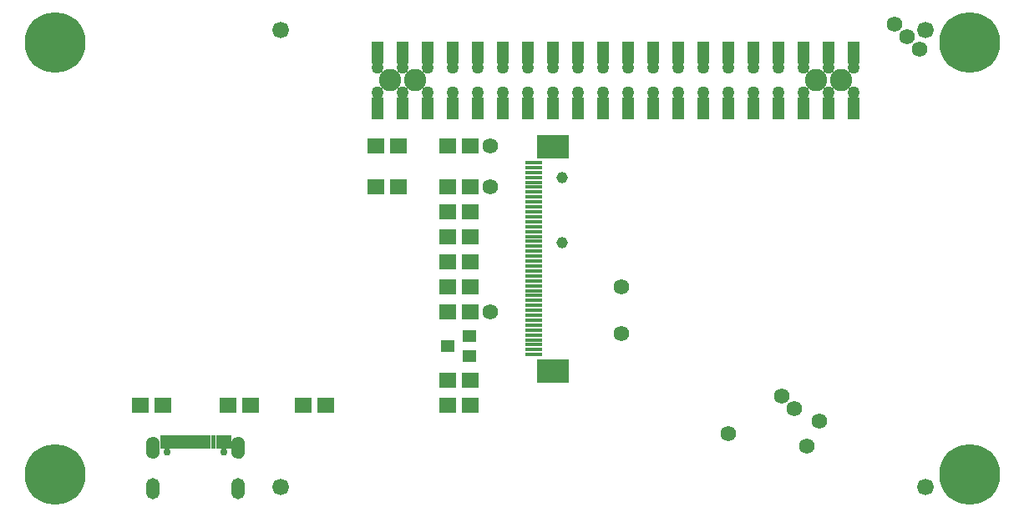
<source format=gbr>
G04 DesignSpark PCB Gerber Version 11.0 Build 5877*
G04 #@! TF.Part,Single*
G04 #@! TF.FileFunction,Soldermask,Bot*
G04 #@! TF.FilePolarity,Negative*
%FSLAX35Y35*%
%MOIN*%
G04 #@! TA.AperFunction,ComponentPad*
%ADD109O,0.05354X0.08504*%
%ADD108O,0.05354X0.08898*%
G04 #@! TA.AperFunction,SMDPad,CuDef*
%ADD123R,0.01811X0.05118*%
%ADD122R,0.02992X0.05118*%
%ADD126R,0.04646X0.08504*%
G04 #@! TD.AperFunction*
%ADD83C,0.00100*%
G04 #@! TA.AperFunction,ComponentPad*
%ADD107C,0.02992*%
G04 #@! TA.AperFunction,WasherPad*
%ADD103C,0.04567*%
G04 #@! TA.AperFunction,ComponentPad*
%ADD110C,0.04961*%
G04 #@! TA.AperFunction,ViaPad*
%ADD102C,0.06220*%
G04 #@! TA.AperFunction,ComponentPad*
%ADD104C,0.06630*%
%ADD111C,0.08898*%
G04 #@! TA.AperFunction,SMDPad,CuDef*
%ADD125R,0.06929X0.01811*%
%ADD128R,0.05430X0.04630*%
%ADD127R,0.06630X0.06130*%
%ADD124R,0.12913X0.09449*%
G04 #@! TA.AperFunction,WasherPad*
%ADD141C,0.24252*%
G04 #@! TD.AperFunction*
X0Y0D02*
D02*
D83*
X137691Y15530D02*
Y18680D01*
X137687Y18782D01*
X137679Y18884D01*
X137667Y18987D01*
X137648Y19089D01*
X137624Y19187D01*
X137596Y19290D01*
X137561Y19384D01*
X137522Y19479D01*
X137478Y19573D01*
X137427Y19664D01*
X137317Y19837D01*
X137254Y19920D01*
X137187Y19998D01*
X137116Y20073D01*
X137041Y20144D01*
X136963Y20211D01*
X136880Y20274D01*
X136707Y20384D01*
X136616Y20435D01*
X136522Y20479D01*
X136427Y20518D01*
X136333Y20554D01*
X136230Y20581D01*
X136132Y20605D01*
X136030Y20624D01*
X135927Y20636D01*
X135825Y20644D01*
X135722Y20648D01*
X135620Y20644D01*
X135518Y20636D01*
X135415Y20624D01*
X135313Y20605D01*
X135215Y20581D01*
X135112Y20554D01*
X135018Y20518D01*
X134923Y20479D01*
X134829Y20435D01*
X134738Y20384D01*
X134565Y20274D01*
X134482Y20211D01*
X134404Y20144D01*
X134329Y20073D01*
X134258Y19998D01*
X134191Y19920D01*
X134128Y19837D01*
X134018Y19664D01*
X133967Y19573D01*
X133923Y19479D01*
X133884Y19384D01*
X133848Y19290D01*
X133821Y19187D01*
X133797Y19089D01*
X133778Y18987D01*
X133766Y18884D01*
X133758Y18782D01*
X133754Y18680D01*
Y15530D01*
X133758Y15428D01*
X133766Y15325D01*
X133778Y15223D01*
X133797Y15120D01*
X133821Y15022D01*
X133848Y14920D01*
X133884Y14825D01*
X133923Y14731D01*
X133967Y14636D01*
X134018Y14546D01*
X134128Y14372D01*
X134191Y14290D01*
X134258Y14211D01*
X134329Y14136D01*
X134404Y14065D01*
X134482Y13998D01*
X134565Y13935D01*
X134738Y13825D01*
X134829Y13774D01*
X134923Y13731D01*
X135018Y13691D01*
X135112Y13656D01*
X135215Y13628D01*
X135313Y13605D01*
X135415Y13585D01*
X135518Y13573D01*
X135620Y13565D01*
X135722Y13561D01*
X135825Y13565D01*
X135927Y13573D01*
X136030Y13585D01*
X136132Y13605D01*
X136230Y13628D01*
X136333Y13656D01*
X136427Y13691D01*
X136522Y13731D01*
X136616Y13774D01*
X136707Y13825D01*
X136880Y13935D01*
X136963Y13998D01*
X137041Y14065D01*
X137116Y14136D01*
X137187Y14211D01*
X137254Y14290D01*
X137317Y14372D01*
X137427Y14546D01*
X137478Y14636D01*
X137522Y14731D01*
X137561Y14825D01*
X137596Y14920D01*
X137624Y15022D01*
X137648Y15120D01*
X137667Y15223D01*
X137679Y15325D01*
X137687Y15428D01*
X137691Y15530D01*
G36*
X137691Y15530D02*
Y18680D01*
X137687Y18782D01*
X137679Y18884D01*
X137667Y18987D01*
X137648Y19089D01*
X137624Y19187D01*
X137596Y19290D01*
X137561Y19384D01*
X137522Y19479D01*
X137478Y19573D01*
X137427Y19664D01*
X137317Y19837D01*
X137254Y19920D01*
X137187Y19998D01*
X137116Y20073D01*
X137041Y20144D01*
X136963Y20211D01*
X136880Y20274D01*
X136707Y20384D01*
X136616Y20435D01*
X136522Y20479D01*
X136427Y20518D01*
X136333Y20554D01*
X136230Y20581D01*
X136132Y20605D01*
X136030Y20624D01*
X135927Y20636D01*
X135825Y20644D01*
X135722Y20648D01*
X135620Y20644D01*
X135518Y20636D01*
X135415Y20624D01*
X135313Y20605D01*
X135215Y20581D01*
X135112Y20554D01*
X135018Y20518D01*
X134923Y20479D01*
X134829Y20435D01*
X134738Y20384D01*
X134565Y20274D01*
X134482Y20211D01*
X134404Y20144D01*
X134329Y20073D01*
X134258Y19998D01*
X134191Y19920D01*
X134128Y19837D01*
X134018Y19664D01*
X133967Y19573D01*
X133923Y19479D01*
X133884Y19384D01*
X133848Y19290D01*
X133821Y19187D01*
X133797Y19089D01*
X133778Y18987D01*
X133766Y18884D01*
X133758Y18782D01*
X133754Y18680D01*
Y15530D01*
X133758Y15428D01*
X133766Y15325D01*
X133778Y15223D01*
X133797Y15120D01*
X133821Y15022D01*
X133848Y14920D01*
X133884Y14825D01*
X133923Y14731D01*
X133967Y14636D01*
X134018Y14546D01*
X134128Y14372D01*
X134191Y14290D01*
X134258Y14211D01*
X134329Y14136D01*
X134404Y14065D01*
X134482Y13998D01*
X134565Y13935D01*
X134738Y13825D01*
X134829Y13774D01*
X134923Y13731D01*
X135018Y13691D01*
X135112Y13656D01*
X135215Y13628D01*
X135313Y13605D01*
X135415Y13585D01*
X135518Y13573D01*
X135620Y13565D01*
X135722Y13561D01*
X135825Y13565D01*
X135927Y13573D01*
X136030Y13585D01*
X136132Y13605D01*
X136230Y13628D01*
X136333Y13656D01*
X136427Y13691D01*
X136522Y13731D01*
X136616Y13774D01*
X136707Y13825D01*
X136880Y13935D01*
X136963Y13998D01*
X137041Y14065D01*
X137116Y14136D01*
X137187Y14211D01*
X137254Y14290D01*
X137317Y14372D01*
X137427Y14546D01*
X137478Y14636D01*
X137522Y14731D01*
X137561Y14825D01*
X137596Y14920D01*
X137624Y15022D01*
X137648Y15120D01*
X137667Y15223D01*
X137679Y15325D01*
X137687Y15428D01*
X137691Y15530D01*
G37*
Y31306D02*
Y35727D01*
X137687Y35845D01*
X137675Y35943D01*
X137663Y36046D01*
X137616Y36243D01*
X137585Y36341D01*
X137549Y36435D01*
X137510Y36530D01*
X137463Y36620D01*
X137411Y36711D01*
X137356Y36798D01*
X137297Y36880D01*
X137234Y36959D01*
X137167Y37038D01*
X137096Y37109D01*
X137022Y37180D01*
X136943Y37243D01*
X136860Y37306D01*
X136774Y37361D01*
X136687Y37412D01*
X136596Y37459D01*
X136502Y37502D01*
X136407Y37538D01*
X136313Y37569D01*
X136215Y37597D01*
X136112Y37620D01*
X136014Y37636D01*
X135911Y37648D01*
X135809Y37656D01*
X135722D01*
X135620Y37652D01*
X135518Y37644D01*
X135415Y37632D01*
X135313Y37613D01*
X135215Y37589D01*
X135112Y37561D01*
X135018Y37526D01*
X134923Y37487D01*
X134829Y37443D01*
X134738Y37392D01*
X134565Y37282D01*
X134482Y37219D01*
X134404Y37152D01*
X134329Y37081D01*
X134258Y37006D01*
X134191Y36928D01*
X134128Y36845D01*
X134018Y36672D01*
X133967Y36581D01*
X133923Y36487D01*
X133884Y36392D01*
X133848Y36298D01*
X133821Y36195D01*
X133797Y36097D01*
X133778Y35994D01*
X133766Y35892D01*
X133758Y35790D01*
X133754Y35687D01*
Y31357D01*
X133758Y31254D01*
X133766Y31152D01*
X133778Y31050D01*
X133797Y30947D01*
X133821Y30849D01*
X133848Y30746D01*
X133884Y30652D01*
X133923Y30557D01*
X133967Y30463D01*
X134018Y30372D01*
X134128Y30199D01*
X134191Y30117D01*
X134258Y30038D01*
X134329Y29963D01*
X134404Y29892D01*
X134482Y29825D01*
X134565Y29762D01*
X134738Y29652D01*
X134829Y29601D01*
X134923Y29557D01*
X135018Y29518D01*
X135112Y29483D01*
X135215Y29455D01*
X135313Y29431D01*
X135415Y29412D01*
X135518Y29400D01*
X135620Y29392D01*
X135722Y29388D01*
X135841Y29392D01*
X135947Y29404D01*
X136049Y29420D01*
X136152Y29439D01*
X136348Y29494D01*
X136447Y29534D01*
X136541Y29573D01*
X136636Y29620D01*
X136726Y29672D01*
X136813Y29727D01*
X136900Y29790D01*
X136982Y29853D01*
X137132Y29994D01*
X137203Y30073D01*
X137270Y30152D01*
X137333Y30235D01*
X137388Y30321D01*
X137443Y30412D01*
X137490Y30506D01*
X137533Y30601D01*
X137573Y30695D01*
X137604Y30794D01*
X137632Y30896D01*
X137656Y30998D01*
X137671Y31101D01*
X137683Y31203D01*
X137691Y31306D01*
G36*
X137691Y31306D02*
Y35727D01*
X137687Y35845D01*
X137675Y35943D01*
X137663Y36046D01*
X137616Y36243D01*
X137585Y36341D01*
X137549Y36435D01*
X137510Y36530D01*
X137463Y36620D01*
X137411Y36711D01*
X137356Y36798D01*
X137297Y36880D01*
X137234Y36959D01*
X137167Y37038D01*
X137096Y37109D01*
X137022Y37180D01*
X136943Y37243D01*
X136860Y37306D01*
X136774Y37361D01*
X136687Y37412D01*
X136596Y37459D01*
X136502Y37502D01*
X136407Y37538D01*
X136313Y37569D01*
X136215Y37597D01*
X136112Y37620D01*
X136014Y37636D01*
X135911Y37648D01*
X135809Y37656D01*
X135722D01*
X135620Y37652D01*
X135518Y37644D01*
X135415Y37632D01*
X135313Y37613D01*
X135215Y37589D01*
X135112Y37561D01*
X135018Y37526D01*
X134923Y37487D01*
X134829Y37443D01*
X134738Y37392D01*
X134565Y37282D01*
X134482Y37219D01*
X134404Y37152D01*
X134329Y37081D01*
X134258Y37006D01*
X134191Y36928D01*
X134128Y36845D01*
X134018Y36672D01*
X133967Y36581D01*
X133923Y36487D01*
X133884Y36392D01*
X133848Y36298D01*
X133821Y36195D01*
X133797Y36097D01*
X133778Y35994D01*
X133766Y35892D01*
X133758Y35790D01*
X133754Y35687D01*
Y31357D01*
X133758Y31254D01*
X133766Y31152D01*
X133778Y31050D01*
X133797Y30947D01*
X133821Y30849D01*
X133848Y30746D01*
X133884Y30652D01*
X133923Y30557D01*
X133967Y30463D01*
X134018Y30372D01*
X134128Y30199D01*
X134191Y30117D01*
X134258Y30038D01*
X134329Y29963D01*
X134404Y29892D01*
X134482Y29825D01*
X134565Y29762D01*
X134738Y29652D01*
X134829Y29601D01*
X134923Y29557D01*
X135018Y29518D01*
X135112Y29483D01*
X135215Y29455D01*
X135313Y29431D01*
X135415Y29412D01*
X135518Y29400D01*
X135620Y29392D01*
X135722Y29388D01*
X135841Y29392D01*
X135947Y29404D01*
X136049Y29420D01*
X136152Y29439D01*
X136348Y29494D01*
X136447Y29534D01*
X136541Y29573D01*
X136636Y29620D01*
X136726Y29672D01*
X136813Y29727D01*
X136900Y29790D01*
X136982Y29853D01*
X137132Y29994D01*
X137203Y30073D01*
X137270Y30152D01*
X137333Y30235D01*
X137388Y30321D01*
X137443Y30412D01*
X137490Y30506D01*
X137533Y30601D01*
X137573Y30695D01*
X137604Y30794D01*
X137632Y30896D01*
X137656Y30998D01*
X137671Y31101D01*
X137683Y31203D01*
X137691Y31306D01*
G37*
X141530Y38246D02*
X138774D01*
Y33365D01*
X141530D01*
Y38246D01*
G36*
X141530Y38246D02*
X138774D01*
Y33365D01*
X141530D01*
Y38246D01*
G37*
X144679D02*
X141923D01*
Y33365D01*
X144679D01*
Y38246D01*
G36*
X144679Y38246D02*
X141923D01*
Y33365D01*
X144679D01*
Y38246D01*
G37*
X146648D02*
X145073D01*
Y33365D01*
X146648D01*
Y38246D01*
G36*
X146648Y38246D02*
X145073D01*
Y33365D01*
X146648D01*
Y38246D01*
G37*
X148616D02*
X147041D01*
Y33365D01*
X148616D01*
Y38246D01*
G36*
X148616Y38246D02*
X147041D01*
Y33365D01*
X148616D01*
Y38246D01*
G37*
X150585D02*
X149010D01*
Y33365D01*
X150585D01*
Y38246D01*
G36*
X150585Y38246D02*
X149010D01*
Y33365D01*
X150585D01*
Y38246D01*
G37*
X152553D02*
X150978D01*
Y33365D01*
X152553D01*
Y38246D01*
G36*
X152553Y38246D02*
X150978D01*
Y33365D01*
X152553D01*
Y38246D01*
G37*
X154522D02*
X152947D01*
Y33365D01*
X154522D01*
Y38246D01*
G36*
X154522Y38246D02*
X152947D01*
Y33365D01*
X154522D01*
Y38246D01*
G37*
X156490D02*
X154915D01*
Y33365D01*
X156490D01*
Y38246D01*
G36*
X156490Y38246D02*
X154915D01*
Y33365D01*
X156490D01*
Y38246D01*
G37*
X158459D02*
X156884D01*
Y33365D01*
X158459D01*
Y38246D01*
G36*
X158459Y38246D02*
X156884D01*
Y33365D01*
X158459D01*
Y38246D01*
G37*
X160427D02*
X158852D01*
Y33365D01*
X160427D01*
Y38246D01*
G36*
X160427Y38246D02*
X158852D01*
Y33365D01*
X160427D01*
Y38246D01*
G37*
X163577D02*
X160821D01*
Y33365D01*
X163577D01*
Y38246D01*
G36*
X163577Y38246D02*
X160821D01*
Y33365D01*
X163577D01*
Y38246D01*
G37*
X166726D02*
X163970D01*
Y33365D01*
X166726D01*
Y38246D01*
G36*
X166726Y38246D02*
X163970D01*
Y33365D01*
X166726D01*
Y38246D01*
G37*
X171746Y15530D02*
Y18680D01*
X171742Y18782D01*
X171734Y18884D01*
X171722Y18987D01*
X171703Y19089D01*
X171679Y19187D01*
X171652Y19290D01*
X171616Y19384D01*
X171577Y19479D01*
X171533Y19573D01*
X171482Y19664D01*
X171372Y19837D01*
X171309Y19920D01*
X171242Y19998D01*
X171171Y20073D01*
X171096Y20144D01*
X171018Y20211D01*
X170935Y20274D01*
X170762Y20384D01*
X170671Y20435D01*
X170577Y20479D01*
X170482Y20518D01*
X170388Y20554D01*
X170285Y20581D01*
X170187Y20605D01*
X170085Y20624D01*
X169982Y20636D01*
X169880Y20644D01*
X169778Y20648D01*
X169675Y20644D01*
X169573Y20636D01*
X169470Y20624D01*
X169368Y20605D01*
X169270Y20581D01*
X169167Y20554D01*
X169073Y20518D01*
X168978Y20479D01*
X168884Y20435D01*
X168793Y20384D01*
X168620Y20274D01*
X168537Y20211D01*
X168459Y20144D01*
X168384Y20073D01*
X168313Y19998D01*
X168246Y19920D01*
X168183Y19837D01*
X168073Y19664D01*
X168022Y19573D01*
X167978Y19479D01*
X167939Y19384D01*
X167904Y19290D01*
X167876Y19187D01*
X167852Y19089D01*
X167833Y18987D01*
X167821Y18884D01*
X167813Y18782D01*
X167809Y18680D01*
Y15530D01*
X167813Y15428D01*
X167821Y15325D01*
X167833Y15223D01*
X167852Y15120D01*
X167876Y15022D01*
X167904Y14920D01*
X167939Y14825D01*
X167978Y14731D01*
X168022Y14636D01*
X168073Y14546D01*
X168183Y14372D01*
X168246Y14290D01*
X168313Y14211D01*
X168384Y14136D01*
X168459Y14065D01*
X168537Y13998D01*
X168620Y13935D01*
X168793Y13825D01*
X168884Y13774D01*
X168978Y13731D01*
X169073Y13691D01*
X169167Y13656D01*
X169270Y13628D01*
X169368Y13605D01*
X169470Y13585D01*
X169573Y13573D01*
X169675Y13565D01*
X169778Y13561D01*
X169880Y13565D01*
X169982Y13573D01*
X170085Y13585D01*
X170187Y13605D01*
X170285Y13628D01*
X170388Y13656D01*
X170482Y13691D01*
X170577Y13731D01*
X170671Y13774D01*
X170762Y13825D01*
X170935Y13935D01*
X171018Y13998D01*
X171096Y14065D01*
X171171Y14136D01*
X171242Y14211D01*
X171309Y14290D01*
X171372Y14372D01*
X171482Y14546D01*
X171533Y14636D01*
X171577Y14731D01*
X171616Y14825D01*
X171652Y14920D01*
X171679Y15022D01*
X171703Y15120D01*
X171722Y15223D01*
X171734Y15325D01*
X171742Y15428D01*
X171746Y15530D01*
G36*
X171746Y15530D02*
Y18680D01*
X171742Y18782D01*
X171734Y18884D01*
X171722Y18987D01*
X171703Y19089D01*
X171679Y19187D01*
X171652Y19290D01*
X171616Y19384D01*
X171577Y19479D01*
X171533Y19573D01*
X171482Y19664D01*
X171372Y19837D01*
X171309Y19920D01*
X171242Y19998D01*
X171171Y20073D01*
X171096Y20144D01*
X171018Y20211D01*
X170935Y20274D01*
X170762Y20384D01*
X170671Y20435D01*
X170577Y20479D01*
X170482Y20518D01*
X170388Y20554D01*
X170285Y20581D01*
X170187Y20605D01*
X170085Y20624D01*
X169982Y20636D01*
X169880Y20644D01*
X169778Y20648D01*
X169675Y20644D01*
X169573Y20636D01*
X169470Y20624D01*
X169368Y20605D01*
X169270Y20581D01*
X169167Y20554D01*
X169073Y20518D01*
X168978Y20479D01*
X168884Y20435D01*
X168793Y20384D01*
X168620Y20274D01*
X168537Y20211D01*
X168459Y20144D01*
X168384Y20073D01*
X168313Y19998D01*
X168246Y19920D01*
X168183Y19837D01*
X168073Y19664D01*
X168022Y19573D01*
X167978Y19479D01*
X167939Y19384D01*
X167904Y19290D01*
X167876Y19187D01*
X167852Y19089D01*
X167833Y18987D01*
X167821Y18884D01*
X167813Y18782D01*
X167809Y18680D01*
Y15530D01*
X167813Y15428D01*
X167821Y15325D01*
X167833Y15223D01*
X167852Y15120D01*
X167876Y15022D01*
X167904Y14920D01*
X167939Y14825D01*
X167978Y14731D01*
X168022Y14636D01*
X168073Y14546D01*
X168183Y14372D01*
X168246Y14290D01*
X168313Y14211D01*
X168384Y14136D01*
X168459Y14065D01*
X168537Y13998D01*
X168620Y13935D01*
X168793Y13825D01*
X168884Y13774D01*
X168978Y13731D01*
X169073Y13691D01*
X169167Y13656D01*
X169270Y13628D01*
X169368Y13605D01*
X169470Y13585D01*
X169573Y13573D01*
X169675Y13565D01*
X169778Y13561D01*
X169880Y13565D01*
X169982Y13573D01*
X170085Y13585D01*
X170187Y13605D01*
X170285Y13628D01*
X170388Y13656D01*
X170482Y13691D01*
X170577Y13731D01*
X170671Y13774D01*
X170762Y13825D01*
X170935Y13935D01*
X171018Y13998D01*
X171096Y14065D01*
X171171Y14136D01*
X171242Y14211D01*
X171309Y14290D01*
X171372Y14372D01*
X171482Y14546D01*
X171533Y14636D01*
X171577Y14731D01*
X171616Y14825D01*
X171652Y14920D01*
X171679Y15022D01*
X171703Y15120D01*
X171722Y15223D01*
X171734Y15325D01*
X171742Y15428D01*
X171746Y15530D01*
G37*
Y31357D02*
Y35687D01*
X171742Y35790D01*
X171734Y35892D01*
X171722Y35994D01*
X171703Y36097D01*
X171679Y36195D01*
X171652Y36298D01*
X171616Y36392D01*
X171577Y36487D01*
X171533Y36581D01*
X171482Y36672D01*
X171372Y36845D01*
X171309Y36928D01*
X171242Y37006D01*
X171171Y37081D01*
X171096Y37152D01*
X171018Y37219D01*
X170935Y37282D01*
X170762Y37392D01*
X170671Y37443D01*
X170577Y37487D01*
X170482Y37526D01*
X170388Y37561D01*
X170285Y37589D01*
X170187Y37613D01*
X170085Y37632D01*
X169982Y37644D01*
X169880Y37652D01*
X169778Y37656D01*
X169675Y37652D01*
X169573Y37644D01*
X169470Y37632D01*
X169368Y37613D01*
X169270Y37589D01*
X169167Y37561D01*
X169073Y37526D01*
X168978Y37487D01*
X168884Y37443D01*
X168793Y37392D01*
X168620Y37282D01*
X168537Y37219D01*
X168459Y37152D01*
X168384Y37081D01*
X168313Y37006D01*
X168246Y36928D01*
X168183Y36845D01*
X168073Y36672D01*
X168022Y36581D01*
X167978Y36487D01*
X167939Y36392D01*
X167904Y36298D01*
X167876Y36195D01*
X167852Y36097D01*
X167833Y35994D01*
X167821Y35892D01*
X167813Y35790D01*
X167809Y35687D01*
Y31357D01*
X167813Y31254D01*
X167821Y31152D01*
X167833Y31050D01*
X167852Y30947D01*
X167876Y30849D01*
X167904Y30746D01*
X167939Y30652D01*
X167978Y30557D01*
X168022Y30463D01*
X168073Y30372D01*
X168183Y30199D01*
X168246Y30117D01*
X168313Y30038D01*
X168384Y29963D01*
X168459Y29892D01*
X168537Y29825D01*
X168620Y29762D01*
X168793Y29652D01*
X168884Y29601D01*
X168978Y29557D01*
X169073Y29518D01*
X169167Y29483D01*
X169270Y29455D01*
X169368Y29431D01*
X169470Y29412D01*
X169573Y29400D01*
X169675Y29392D01*
X169778Y29388D01*
X169880Y29392D01*
X169982Y29400D01*
X170085Y29412D01*
X170187Y29431D01*
X170285Y29455D01*
X170388Y29483D01*
X170482Y29518D01*
X170577Y29557D01*
X170671Y29601D01*
X170762Y29652D01*
X170935Y29762D01*
X171018Y29825D01*
X171096Y29892D01*
X171171Y29963D01*
X171242Y30038D01*
X171309Y30117D01*
X171372Y30199D01*
X171482Y30372D01*
X171533Y30463D01*
X171577Y30557D01*
X171616Y30652D01*
X171652Y30746D01*
X171679Y30849D01*
X171703Y30947D01*
X171722Y31050D01*
X171734Y31152D01*
X171742Y31254D01*
X171746Y31357D01*
G36*
X171746Y31357D02*
Y35687D01*
X171742Y35790D01*
X171734Y35892D01*
X171722Y35994D01*
X171703Y36097D01*
X171679Y36195D01*
X171652Y36298D01*
X171616Y36392D01*
X171577Y36487D01*
X171533Y36581D01*
X171482Y36672D01*
X171372Y36845D01*
X171309Y36928D01*
X171242Y37006D01*
X171171Y37081D01*
X171096Y37152D01*
X171018Y37219D01*
X170935Y37282D01*
X170762Y37392D01*
X170671Y37443D01*
X170577Y37487D01*
X170482Y37526D01*
X170388Y37561D01*
X170285Y37589D01*
X170187Y37613D01*
X170085Y37632D01*
X169982Y37644D01*
X169880Y37652D01*
X169778Y37656D01*
X169675Y37652D01*
X169573Y37644D01*
X169470Y37632D01*
X169368Y37613D01*
X169270Y37589D01*
X169167Y37561D01*
X169073Y37526D01*
X168978Y37487D01*
X168884Y37443D01*
X168793Y37392D01*
X168620Y37282D01*
X168537Y37219D01*
X168459Y37152D01*
X168384Y37081D01*
X168313Y37006D01*
X168246Y36928D01*
X168183Y36845D01*
X168073Y36672D01*
X168022Y36581D01*
X167978Y36487D01*
X167939Y36392D01*
X167904Y36298D01*
X167876Y36195D01*
X167852Y36097D01*
X167833Y35994D01*
X167821Y35892D01*
X167813Y35790D01*
X167809Y35687D01*
Y31357D01*
X167813Y31254D01*
X167821Y31152D01*
X167833Y31050D01*
X167852Y30947D01*
X167876Y30849D01*
X167904Y30746D01*
X167939Y30652D01*
X167978Y30557D01*
X168022Y30463D01*
X168073Y30372D01*
X168183Y30199D01*
X168246Y30117D01*
X168313Y30038D01*
X168384Y29963D01*
X168459Y29892D01*
X168537Y29825D01*
X168620Y29762D01*
X168793Y29652D01*
X168884Y29601D01*
X168978Y29557D01*
X169073Y29518D01*
X169167Y29483D01*
X169270Y29455D01*
X169368Y29431D01*
X169470Y29412D01*
X169573Y29400D01*
X169675Y29392D01*
X169778Y29388D01*
X169880Y29392D01*
X169982Y29400D01*
X170085Y29412D01*
X170187Y29431D01*
X170285Y29455D01*
X170388Y29483D01*
X170482Y29518D01*
X170577Y29557D01*
X170671Y29601D01*
X170762Y29652D01*
X170935Y29762D01*
X171018Y29825D01*
X171096Y29892D01*
X171171Y29963D01*
X171242Y30038D01*
X171309Y30117D01*
X171372Y30199D01*
X171482Y30372D01*
X171533Y30463D01*
X171577Y30557D01*
X171616Y30652D01*
X171652Y30746D01*
X171679Y30849D01*
X171703Y30947D01*
X171722Y31050D01*
X171734Y31152D01*
X171742Y31254D01*
X171746Y31357D01*
G37*
D02*
D102*
X270250Y87750D03*
Y137750D03*
Y154000D03*
X322750Y79000D03*
Y97750D03*
X365250Y39000D03*
X386500Y54000D03*
X391500Y49000D03*
X396500Y34000D03*
X401500Y44000D03*
X431500Y202750D03*
X436500Y197750D03*
X441500Y192750D03*
D02*
D103*
X299000Y115250D03*
Y141500D03*
D02*
D104*
X186500Y17715D03*
Y200215D03*
X444000Y17715D03*
Y200215D03*
D02*
D107*
X141372Y31593D03*
X164128D03*
D02*
D108*
X135722Y33522D03*
X169778D03*
D02*
D109*
X135722Y17105D03*
X169778D03*
D02*
D110*
X225250Y175250D03*
Y185250D03*
X235250Y175250D03*
Y185250D03*
X245250Y175250D03*
Y185250D03*
X255250Y175250D03*
Y185250D03*
X265250Y175250D03*
Y185250D03*
X275250Y175250D03*
Y185250D03*
X285250Y175250D03*
Y185250D03*
X295250Y175250D03*
Y185250D03*
X305250Y175250D03*
Y185250D03*
X315250Y175250D03*
Y185250D03*
X325250Y175250D03*
Y185250D03*
X335250Y175250D03*
Y185250D03*
X345250Y175250D03*
Y185250D03*
X355250Y175250D03*
Y185250D03*
X365250Y175250D03*
Y185250D03*
X375250Y175250D03*
Y185250D03*
X385250Y175250D03*
Y185250D03*
X395250Y175250D03*
Y185250D03*
X405250Y175250D03*
Y185250D03*
X415250Y175250D03*
Y185250D03*
D02*
D111*
X230250Y180250D03*
X240250D03*
X400250D03*
X410250D03*
D02*
D122*
X140152Y35806D03*
X143301D03*
X162199D03*
X165348D03*
D02*
D123*
X145860D03*
X147829D03*
X149797D03*
X151766D03*
X153734D03*
X155703D03*
X157671D03*
X159640D03*
D02*
D124*
X295277Y64125D03*
Y153865D03*
D02*
D125*
X287481Y70609D03*
Y72578D03*
Y74546D03*
Y76515D03*
Y78483D03*
Y80452D03*
Y82420D03*
Y84389D03*
Y86357D03*
Y88326D03*
Y90294D03*
Y92263D03*
Y94231D03*
Y96200D03*
Y98168D03*
Y100137D03*
Y102105D03*
Y104074D03*
Y106042D03*
Y108011D03*
Y109979D03*
Y111948D03*
Y113916D03*
Y115885D03*
Y117853D03*
Y119822D03*
Y121790D03*
Y123759D03*
Y125727D03*
Y127696D03*
Y129664D03*
Y131633D03*
Y133601D03*
Y135570D03*
Y137538D03*
Y139507D03*
Y141475D03*
Y143444D03*
Y145412D03*
Y147381D03*
D02*
D126*
X225250Y169000D03*
Y191500D03*
X235250Y169000D03*
Y191500D03*
X245250Y169000D03*
Y191500D03*
X255250Y169000D03*
Y191500D03*
X265250Y169000D03*
Y191500D03*
X275250Y169000D03*
Y191500D03*
X285250Y169000D03*
Y191500D03*
X295250Y169000D03*
Y191500D03*
X305250Y169000D03*
Y191500D03*
X315250Y169000D03*
Y191500D03*
X325250Y169000D03*
Y191500D03*
X335250Y169000D03*
Y191500D03*
X345250Y169000D03*
Y191500D03*
X355250Y169000D03*
Y191500D03*
X365250Y169000D03*
Y191500D03*
X375250Y169000D03*
Y191500D03*
X385250Y169000D03*
Y191500D03*
X395250Y169000D03*
Y191500D03*
X405250Y169000D03*
Y191500D03*
X415250Y169000D03*
Y191500D03*
D02*
D127*
X130750Y50250D03*
X139750D03*
X165750D03*
X174750D03*
X195750D03*
X204750D03*
X224500Y137750D03*
Y154000D03*
X233500Y137750D03*
Y154000D03*
X253250Y50250D03*
Y60250D03*
Y87750D03*
Y97750D03*
Y107750D03*
Y117750D03*
Y127750D03*
Y137750D03*
Y154000D03*
X262250Y50250D03*
Y60250D03*
Y87750D03*
Y97750D03*
Y107750D03*
Y117750D03*
Y127750D03*
Y137750D03*
Y154000D03*
D02*
D128*
X253350Y74000D03*
X262050Y70000D03*
Y78000D03*
D02*
D141*
X96500Y22750D03*
Y195250D03*
X461500Y22750D03*
Y195250D03*
X0Y0D02*
M02*

</source>
